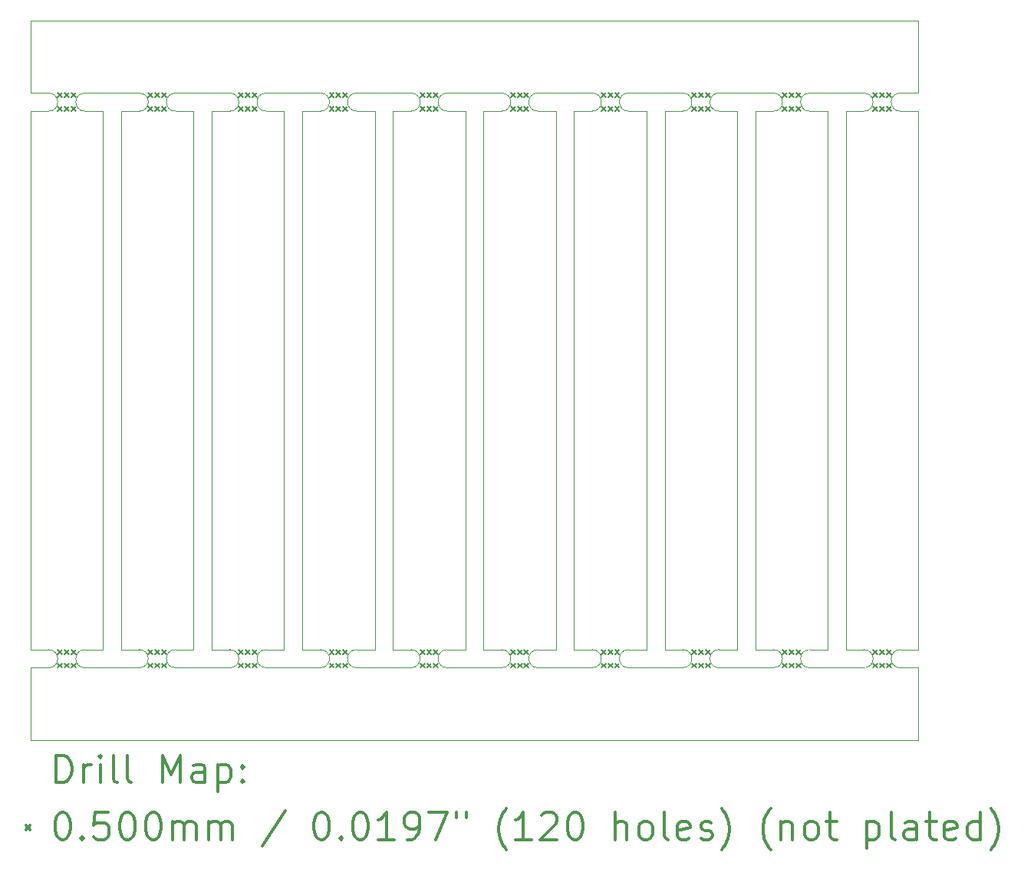
<source format=gbr>
%FSLAX45Y45*%
G04 Gerber Fmt 4.5, Leading zero omitted, Abs format (unit mm)*
G04 Created by KiCad (PCBNEW (5.1.12)-1) date 2021-12-02 19:01:33*
%MOMM*%
%LPD*%
G01*
G04 APERTURE LIST*
%TA.AperFunction,Profile*%
%ADD10C,0.050000*%
%TD*%
%ADD11C,0.200000*%
%ADD12C,0.300000*%
G04 APERTURE END LIST*
D10*
X17900000Y-12850000D02*
X17300000Y-12850000D01*
X18900000Y-12850000D02*
X18300000Y-12850000D01*
X16300000Y-12850000D02*
X16900000Y-12850000D01*
X15300000Y-12850000D02*
X15900000Y-12850000D01*
X14300000Y-12850000D02*
X14900000Y-12850000D01*
X13300000Y-12850000D02*
X13900000Y-12850000D01*
X12300000Y-12850000D02*
X12900000Y-12850000D01*
X11300000Y-12850000D02*
X11900000Y-12850000D01*
X10300000Y-12850000D02*
X10900000Y-12850000D01*
X9700000Y-12850000D02*
X9900000Y-12850000D01*
X9700000Y-13650000D02*
X9700000Y-12850000D01*
X19500000Y-13650000D02*
X9700000Y-13650000D01*
X19500000Y-12850000D02*
X19500000Y-13650000D01*
X19300000Y-12850000D02*
X19500000Y-12850000D01*
X10900000Y-6500000D02*
X10300000Y-6500000D01*
X11900000Y-6500000D02*
X11300000Y-6500000D01*
X12900000Y-6500000D02*
X12300000Y-6500000D01*
X13900000Y-6500000D02*
X13300000Y-6500000D01*
X14900000Y-6500000D02*
X14300000Y-6500000D01*
X15900000Y-6500000D02*
X15300000Y-6500000D01*
X16900000Y-6500000D02*
X16300000Y-6500000D01*
X17900000Y-6500000D02*
X17300000Y-6500000D01*
X18900000Y-6500000D02*
X18300000Y-6500000D01*
X19500000Y-6500000D02*
X19300000Y-6500000D01*
X19500000Y-5700000D02*
X19500000Y-6500000D01*
X9700000Y-5700000D02*
X19500000Y-5700000D01*
X9700000Y-6500000D02*
X9700000Y-5700000D01*
X9900000Y-6500000D02*
X9700000Y-6500000D01*
X18900000Y-6700000D02*
X18700000Y-6700000D01*
X17900000Y-6700000D02*
X17700000Y-6700000D01*
X16900000Y-6700000D02*
X16700000Y-6700000D01*
X15900000Y-6700000D02*
X15700000Y-6700000D01*
X14900000Y-6700000D02*
X14700000Y-6700000D01*
X13900000Y-6700000D02*
X13700000Y-6700000D01*
X12900000Y-6700000D02*
X12700000Y-6700000D01*
X11900000Y-6700000D02*
X11700000Y-6700000D01*
X10900000Y-6700000D02*
X10700000Y-6700000D01*
X19300000Y-6700000D02*
G75*
G02*
X19300000Y-6500000I0J100000D01*
G01*
X18300000Y-6700000D02*
G75*
G02*
X18300000Y-6500000I0J100000D01*
G01*
X17300000Y-6700000D02*
G75*
G02*
X17300000Y-6500000I0J100000D01*
G01*
X16300000Y-6700000D02*
G75*
G02*
X16300000Y-6500000I0J100000D01*
G01*
X15300000Y-6700000D02*
G75*
G02*
X15300000Y-6500000I0J100000D01*
G01*
X14300000Y-6700000D02*
G75*
G02*
X14300000Y-6500000I0J100000D01*
G01*
X13300000Y-6700000D02*
G75*
G02*
X13300000Y-6500000I0J100000D01*
G01*
X12300000Y-6700000D02*
G75*
G02*
X12300000Y-6500000I0J100000D01*
G01*
X11300000Y-6700000D02*
G75*
G02*
X11300000Y-6500000I0J100000D01*
G01*
X18900000Y-12650000D02*
G75*
G02*
X18900000Y-12850000I0J-100000D01*
G01*
X17900000Y-12650000D02*
G75*
G02*
X17900000Y-12850000I0J-100000D01*
G01*
X16900000Y-12650000D02*
G75*
G02*
X16900000Y-12850000I0J-100000D01*
G01*
X15900000Y-12650000D02*
G75*
G02*
X15900000Y-12850000I0J-100000D01*
G01*
X14900000Y-12650000D02*
G75*
G02*
X14900000Y-12850000I0J-100000D01*
G01*
X13900000Y-12650000D02*
G75*
G02*
X13900000Y-12850000I0J-100000D01*
G01*
X12900000Y-12650000D02*
G75*
G02*
X12900000Y-12850000I0J-100000D01*
G01*
X11900000Y-12650000D02*
G75*
G02*
X11900000Y-12850000I0J-100000D01*
G01*
X10900000Y-12650000D02*
G75*
G02*
X10900000Y-12850000I0J-100000D01*
G01*
X19300000Y-12850000D02*
G75*
G02*
X19300000Y-12650000I0J100000D01*
G01*
X18300000Y-12850000D02*
G75*
G02*
X18300000Y-12650000I0J100000D01*
G01*
X17300000Y-12850000D02*
G75*
G02*
X17300000Y-12650000I0J100000D01*
G01*
X16300000Y-12850000D02*
G75*
G02*
X16300000Y-12650000I0J100000D01*
G01*
X15300000Y-12850000D02*
G75*
G02*
X15300000Y-12650000I0J100000D01*
G01*
X14300000Y-12850000D02*
G75*
G02*
X14300000Y-12650000I0J100000D01*
G01*
X13300000Y-12850000D02*
G75*
G02*
X13300000Y-12650000I0J100000D01*
G01*
X12300000Y-12850000D02*
G75*
G02*
X12300000Y-12650000I0J100000D01*
G01*
X11300000Y-12850000D02*
G75*
G02*
X11300000Y-12650000I0J100000D01*
G01*
X19500000Y-6700000D02*
X19300000Y-6700000D01*
X18500000Y-6700000D02*
X18300000Y-6700000D01*
X17500000Y-6700000D02*
X17300000Y-6700000D01*
X16500000Y-6700000D02*
X16300000Y-6700000D01*
X15500000Y-6700000D02*
X15300000Y-6700000D01*
X14500000Y-6700000D02*
X14300000Y-6700000D01*
X13500000Y-6700000D02*
X13300000Y-6700000D01*
X12500000Y-6700000D02*
X12300000Y-6700000D01*
X11500000Y-6700000D02*
X11300000Y-6700000D01*
X18900000Y-6500000D02*
G75*
G02*
X18900000Y-6700000I0J-100000D01*
G01*
X17900000Y-6500000D02*
G75*
G02*
X17900000Y-6700000I0J-100000D01*
G01*
X16900000Y-6500000D02*
G75*
G02*
X16900000Y-6700000I0J-100000D01*
G01*
X15900000Y-6500000D02*
G75*
G02*
X15900000Y-6700000I0J-100000D01*
G01*
X14900000Y-6500000D02*
G75*
G02*
X14900000Y-6700000I0J-100000D01*
G01*
X13900000Y-6500000D02*
G75*
G02*
X13900000Y-6700000I0J-100000D01*
G01*
X12900000Y-6500000D02*
G75*
G02*
X12900000Y-6700000I0J-100000D01*
G01*
X11900000Y-6500000D02*
G75*
G02*
X11900000Y-6700000I0J-100000D01*
G01*
X10900000Y-6500000D02*
G75*
G02*
X10900000Y-6700000I0J-100000D01*
G01*
X18900000Y-12650000D02*
X18700000Y-12650000D01*
X17900000Y-12650000D02*
X17700000Y-12650000D01*
X16900000Y-12650000D02*
X16700000Y-12650000D01*
X15900000Y-12650000D02*
X15700000Y-12650000D01*
X14900000Y-12650000D02*
X14700000Y-12650000D01*
X13900000Y-12650000D02*
X13700000Y-12650000D01*
X12900000Y-12650000D02*
X12700000Y-12650000D01*
X11900000Y-12650000D02*
X11700000Y-12650000D01*
X10900000Y-12650000D02*
X10700000Y-12650000D01*
X19500000Y-12650000D02*
X19300000Y-12650000D01*
X18500000Y-12650000D02*
X18300000Y-12650000D01*
X17500000Y-12650000D02*
X17300000Y-12650000D01*
X16500000Y-12650000D02*
X16300000Y-12650000D01*
X15500000Y-12650000D02*
X15300000Y-12650000D01*
X14500000Y-12650000D02*
X14300000Y-12650000D01*
X13500000Y-12650000D02*
X13300000Y-12650000D01*
X12500000Y-12650000D02*
X12300000Y-12650000D01*
X11500000Y-12650000D02*
X11300000Y-12650000D01*
X18700000Y-12650000D02*
X18700000Y-6700000D01*
X17700000Y-12650000D02*
X17700000Y-6700000D01*
X16700000Y-12650000D02*
X16700000Y-6700000D01*
X15700000Y-12650000D02*
X15700000Y-6700000D01*
X14700000Y-12650000D02*
X14700000Y-6700000D01*
X13700000Y-12650000D02*
X13700000Y-6700000D01*
X12700000Y-12650000D02*
X12700000Y-6700000D01*
X11700000Y-12650000D02*
X11700000Y-6700000D01*
X10700000Y-12650000D02*
X10700000Y-6700000D01*
X19500000Y-12650000D02*
X19500000Y-6700000D01*
X18500000Y-12650000D02*
X18500000Y-6700000D01*
X17500000Y-12650000D02*
X17500000Y-6700000D01*
X16500000Y-12650000D02*
X16500000Y-6700000D01*
X15500000Y-12650000D02*
X15500000Y-6700000D01*
X14500000Y-12650000D02*
X14500000Y-6700000D01*
X13500000Y-12650000D02*
X13500000Y-6700000D01*
X12500000Y-12650000D02*
X12500000Y-6700000D01*
X11500000Y-12650000D02*
X11500000Y-6700000D01*
X9900000Y-6700000D02*
X9700000Y-6700000D01*
X10500000Y-6700000D02*
X10300000Y-6700000D01*
X10300000Y-6700000D02*
G75*
G02*
X10300000Y-6500000I0J100000D01*
G01*
X9900000Y-6500000D02*
G75*
G02*
X9900000Y-6700000I0J-100000D01*
G01*
X9900000Y-12650000D02*
G75*
G02*
X9900000Y-12850000I0J-100000D01*
G01*
X10300000Y-12850000D02*
G75*
G02*
X10300000Y-12650000I0J100000D01*
G01*
X9900000Y-12650000D02*
X9700000Y-12650000D01*
X10500000Y-12650000D02*
X10300000Y-12650000D01*
X10500000Y-12650000D02*
X10500000Y-6700000D01*
X9700000Y-12650000D02*
X9700000Y-6700000D01*
D11*
X10000000Y-6500000D02*
X10050000Y-6550000D01*
X10050000Y-6500000D02*
X10000000Y-6550000D01*
X10000000Y-6650000D02*
X10050000Y-6700000D01*
X10050000Y-6650000D02*
X10000000Y-6700000D01*
X10000000Y-12650000D02*
X10050000Y-12700000D01*
X10050000Y-12650000D02*
X10000000Y-12700000D01*
X10000000Y-12800000D02*
X10050000Y-12850000D01*
X10050000Y-12800000D02*
X10000000Y-12850000D01*
X10075000Y-6500000D02*
X10125000Y-6550000D01*
X10125000Y-6500000D02*
X10075000Y-6550000D01*
X10075000Y-6650000D02*
X10125000Y-6700000D01*
X10125000Y-6650000D02*
X10075000Y-6700000D01*
X10075000Y-12650000D02*
X10125000Y-12700000D01*
X10125000Y-12650000D02*
X10075000Y-12700000D01*
X10075000Y-12800000D02*
X10125000Y-12850000D01*
X10125000Y-12800000D02*
X10075000Y-12850000D01*
X10150000Y-6500000D02*
X10200000Y-6550000D01*
X10200000Y-6500000D02*
X10150000Y-6550000D01*
X10150000Y-6650000D02*
X10200000Y-6700000D01*
X10200000Y-6650000D02*
X10150000Y-6700000D01*
X10150000Y-12650000D02*
X10200000Y-12700000D01*
X10200000Y-12650000D02*
X10150000Y-12700000D01*
X10150000Y-12800000D02*
X10200000Y-12850000D01*
X10200000Y-12800000D02*
X10150000Y-12850000D01*
X11000000Y-6500000D02*
X11050000Y-6550000D01*
X11050000Y-6500000D02*
X11000000Y-6550000D01*
X11000000Y-6650000D02*
X11050000Y-6700000D01*
X11050000Y-6650000D02*
X11000000Y-6700000D01*
X11000000Y-12650000D02*
X11050000Y-12700000D01*
X11050000Y-12650000D02*
X11000000Y-12700000D01*
X11000000Y-12800000D02*
X11050000Y-12850000D01*
X11050000Y-12800000D02*
X11000000Y-12850000D01*
X11075000Y-6500000D02*
X11125000Y-6550000D01*
X11125000Y-6500000D02*
X11075000Y-6550000D01*
X11075000Y-6650000D02*
X11125000Y-6700000D01*
X11125000Y-6650000D02*
X11075000Y-6700000D01*
X11075000Y-12650000D02*
X11125000Y-12700000D01*
X11125000Y-12650000D02*
X11075000Y-12700000D01*
X11075000Y-12800000D02*
X11125000Y-12850000D01*
X11125000Y-12800000D02*
X11075000Y-12850000D01*
X11150000Y-6500000D02*
X11200000Y-6550000D01*
X11200000Y-6500000D02*
X11150000Y-6550000D01*
X11150000Y-6650000D02*
X11200000Y-6700000D01*
X11200000Y-6650000D02*
X11150000Y-6700000D01*
X11150000Y-12650000D02*
X11200000Y-12700000D01*
X11200000Y-12650000D02*
X11150000Y-12700000D01*
X11150000Y-12800000D02*
X11200000Y-12850000D01*
X11200000Y-12800000D02*
X11150000Y-12850000D01*
X12000000Y-6500000D02*
X12050000Y-6550000D01*
X12050000Y-6500000D02*
X12000000Y-6550000D01*
X12000000Y-6650000D02*
X12050000Y-6700000D01*
X12050000Y-6650000D02*
X12000000Y-6700000D01*
X12000000Y-12650000D02*
X12050000Y-12700000D01*
X12050000Y-12650000D02*
X12000000Y-12700000D01*
X12000000Y-12800000D02*
X12050000Y-12850000D01*
X12050000Y-12800000D02*
X12000000Y-12850000D01*
X12075000Y-6500000D02*
X12125000Y-6550000D01*
X12125000Y-6500000D02*
X12075000Y-6550000D01*
X12075000Y-6650000D02*
X12125000Y-6700000D01*
X12125000Y-6650000D02*
X12075000Y-6700000D01*
X12075000Y-12650000D02*
X12125000Y-12700000D01*
X12125000Y-12650000D02*
X12075000Y-12700000D01*
X12075000Y-12800000D02*
X12125000Y-12850000D01*
X12125000Y-12800000D02*
X12075000Y-12850000D01*
X12150000Y-6500000D02*
X12200000Y-6550000D01*
X12200000Y-6500000D02*
X12150000Y-6550000D01*
X12150000Y-6650000D02*
X12200000Y-6700000D01*
X12200000Y-6650000D02*
X12150000Y-6700000D01*
X12150000Y-12650000D02*
X12200000Y-12700000D01*
X12200000Y-12650000D02*
X12150000Y-12700000D01*
X12150000Y-12800000D02*
X12200000Y-12850000D01*
X12200000Y-12800000D02*
X12150000Y-12850000D01*
X13000000Y-6500000D02*
X13050000Y-6550000D01*
X13050000Y-6500000D02*
X13000000Y-6550000D01*
X13000000Y-6650000D02*
X13050000Y-6700000D01*
X13050000Y-6650000D02*
X13000000Y-6700000D01*
X13000000Y-12650000D02*
X13050000Y-12700000D01*
X13050000Y-12650000D02*
X13000000Y-12700000D01*
X13000000Y-12800000D02*
X13050000Y-12850000D01*
X13050000Y-12800000D02*
X13000000Y-12850000D01*
X13075000Y-6500000D02*
X13125000Y-6550000D01*
X13125000Y-6500000D02*
X13075000Y-6550000D01*
X13075000Y-6650000D02*
X13125000Y-6700000D01*
X13125000Y-6650000D02*
X13075000Y-6700000D01*
X13075000Y-12650000D02*
X13125000Y-12700000D01*
X13125000Y-12650000D02*
X13075000Y-12700000D01*
X13075000Y-12800000D02*
X13125000Y-12850000D01*
X13125000Y-12800000D02*
X13075000Y-12850000D01*
X13150000Y-6500000D02*
X13200000Y-6550000D01*
X13200000Y-6500000D02*
X13150000Y-6550000D01*
X13150000Y-6650000D02*
X13200000Y-6700000D01*
X13200000Y-6650000D02*
X13150000Y-6700000D01*
X13150000Y-12650000D02*
X13200000Y-12700000D01*
X13200000Y-12650000D02*
X13150000Y-12700000D01*
X13150000Y-12800000D02*
X13200000Y-12850000D01*
X13200000Y-12800000D02*
X13150000Y-12850000D01*
X14000000Y-6500000D02*
X14050000Y-6550000D01*
X14050000Y-6500000D02*
X14000000Y-6550000D01*
X14000000Y-6650000D02*
X14050000Y-6700000D01*
X14050000Y-6650000D02*
X14000000Y-6700000D01*
X14000000Y-12650000D02*
X14050000Y-12700000D01*
X14050000Y-12650000D02*
X14000000Y-12700000D01*
X14000000Y-12800000D02*
X14050000Y-12850000D01*
X14050000Y-12800000D02*
X14000000Y-12850000D01*
X14075000Y-6500000D02*
X14125000Y-6550000D01*
X14125000Y-6500000D02*
X14075000Y-6550000D01*
X14075000Y-6650000D02*
X14125000Y-6700000D01*
X14125000Y-6650000D02*
X14075000Y-6700000D01*
X14075000Y-12650000D02*
X14125000Y-12700000D01*
X14125000Y-12650000D02*
X14075000Y-12700000D01*
X14075000Y-12800000D02*
X14125000Y-12850000D01*
X14125000Y-12800000D02*
X14075000Y-12850000D01*
X14150000Y-6500000D02*
X14200000Y-6550000D01*
X14200000Y-6500000D02*
X14150000Y-6550000D01*
X14150000Y-6650000D02*
X14200000Y-6700000D01*
X14200000Y-6650000D02*
X14150000Y-6700000D01*
X14150000Y-12650000D02*
X14200000Y-12700000D01*
X14200000Y-12650000D02*
X14150000Y-12700000D01*
X14150000Y-12800000D02*
X14200000Y-12850000D01*
X14200000Y-12800000D02*
X14150000Y-12850000D01*
X15000000Y-6500000D02*
X15050000Y-6550000D01*
X15050000Y-6500000D02*
X15000000Y-6550000D01*
X15000000Y-6650000D02*
X15050000Y-6700000D01*
X15050000Y-6650000D02*
X15000000Y-6700000D01*
X15000000Y-12650000D02*
X15050000Y-12700000D01*
X15050000Y-12650000D02*
X15000000Y-12700000D01*
X15000000Y-12800000D02*
X15050000Y-12850000D01*
X15050000Y-12800000D02*
X15000000Y-12850000D01*
X15075000Y-6500000D02*
X15125000Y-6550000D01*
X15125000Y-6500000D02*
X15075000Y-6550000D01*
X15075000Y-6650000D02*
X15125000Y-6700000D01*
X15125000Y-6650000D02*
X15075000Y-6700000D01*
X15075000Y-12650000D02*
X15125000Y-12700000D01*
X15125000Y-12650000D02*
X15075000Y-12700000D01*
X15075000Y-12800000D02*
X15125000Y-12850000D01*
X15125000Y-12800000D02*
X15075000Y-12850000D01*
X15150000Y-6500000D02*
X15200000Y-6550000D01*
X15200000Y-6500000D02*
X15150000Y-6550000D01*
X15150000Y-6650000D02*
X15200000Y-6700000D01*
X15200000Y-6650000D02*
X15150000Y-6700000D01*
X15150000Y-12650000D02*
X15200000Y-12700000D01*
X15200000Y-12650000D02*
X15150000Y-12700000D01*
X15150000Y-12800000D02*
X15200000Y-12850000D01*
X15200000Y-12800000D02*
X15150000Y-12850000D01*
X16000000Y-6500000D02*
X16050000Y-6550000D01*
X16050000Y-6500000D02*
X16000000Y-6550000D01*
X16000000Y-6650000D02*
X16050000Y-6700000D01*
X16050000Y-6650000D02*
X16000000Y-6700000D01*
X16000000Y-12650000D02*
X16050000Y-12700000D01*
X16050000Y-12650000D02*
X16000000Y-12700000D01*
X16000000Y-12800000D02*
X16050000Y-12850000D01*
X16050000Y-12800000D02*
X16000000Y-12850000D01*
X16075000Y-6500000D02*
X16125000Y-6550000D01*
X16125000Y-6500000D02*
X16075000Y-6550000D01*
X16075000Y-6650000D02*
X16125000Y-6700000D01*
X16125000Y-6650000D02*
X16075000Y-6700000D01*
X16075000Y-12650000D02*
X16125000Y-12700000D01*
X16125000Y-12650000D02*
X16075000Y-12700000D01*
X16075000Y-12800000D02*
X16125000Y-12850000D01*
X16125000Y-12800000D02*
X16075000Y-12850000D01*
X16150000Y-6500000D02*
X16200000Y-6550000D01*
X16200000Y-6500000D02*
X16150000Y-6550000D01*
X16150000Y-6650000D02*
X16200000Y-6700000D01*
X16200000Y-6650000D02*
X16150000Y-6700000D01*
X16150000Y-12650000D02*
X16200000Y-12700000D01*
X16200000Y-12650000D02*
X16150000Y-12700000D01*
X16150000Y-12800000D02*
X16200000Y-12850000D01*
X16200000Y-12800000D02*
X16150000Y-12850000D01*
X17000000Y-6500000D02*
X17050000Y-6550000D01*
X17050000Y-6500000D02*
X17000000Y-6550000D01*
X17000000Y-6650000D02*
X17050000Y-6700000D01*
X17050000Y-6650000D02*
X17000000Y-6700000D01*
X17000000Y-12650000D02*
X17050000Y-12700000D01*
X17050000Y-12650000D02*
X17000000Y-12700000D01*
X17000000Y-12800000D02*
X17050000Y-12850000D01*
X17050000Y-12800000D02*
X17000000Y-12850000D01*
X17075000Y-6500000D02*
X17125000Y-6550000D01*
X17125000Y-6500000D02*
X17075000Y-6550000D01*
X17075000Y-6650000D02*
X17125000Y-6700000D01*
X17125000Y-6650000D02*
X17075000Y-6700000D01*
X17075000Y-12650000D02*
X17125000Y-12700000D01*
X17125000Y-12650000D02*
X17075000Y-12700000D01*
X17075000Y-12800000D02*
X17125000Y-12850000D01*
X17125000Y-12800000D02*
X17075000Y-12850000D01*
X17150000Y-6500000D02*
X17200000Y-6550000D01*
X17200000Y-6500000D02*
X17150000Y-6550000D01*
X17150000Y-6650000D02*
X17200000Y-6700000D01*
X17200000Y-6650000D02*
X17150000Y-6700000D01*
X17150000Y-12650000D02*
X17200000Y-12700000D01*
X17200000Y-12650000D02*
X17150000Y-12700000D01*
X17150000Y-12800000D02*
X17200000Y-12850000D01*
X17200000Y-12800000D02*
X17150000Y-12850000D01*
X18000000Y-6500000D02*
X18050000Y-6550000D01*
X18050000Y-6500000D02*
X18000000Y-6550000D01*
X18000000Y-6650000D02*
X18050000Y-6700000D01*
X18050000Y-6650000D02*
X18000000Y-6700000D01*
X18000000Y-12650000D02*
X18050000Y-12700000D01*
X18050000Y-12650000D02*
X18000000Y-12700000D01*
X18000000Y-12800000D02*
X18050000Y-12850000D01*
X18050000Y-12800000D02*
X18000000Y-12850000D01*
X18075000Y-6500000D02*
X18125000Y-6550000D01*
X18125000Y-6500000D02*
X18075000Y-6550000D01*
X18075000Y-6650000D02*
X18125000Y-6700000D01*
X18125000Y-6650000D02*
X18075000Y-6700000D01*
X18075000Y-12650000D02*
X18125000Y-12700000D01*
X18125000Y-12650000D02*
X18075000Y-12700000D01*
X18075000Y-12800000D02*
X18125000Y-12850000D01*
X18125000Y-12800000D02*
X18075000Y-12850000D01*
X18150000Y-6500000D02*
X18200000Y-6550000D01*
X18200000Y-6500000D02*
X18150000Y-6550000D01*
X18150000Y-6650000D02*
X18200000Y-6700000D01*
X18200000Y-6650000D02*
X18150000Y-6700000D01*
X18150000Y-12650000D02*
X18200000Y-12700000D01*
X18200000Y-12650000D02*
X18150000Y-12700000D01*
X18150000Y-12800000D02*
X18200000Y-12850000D01*
X18200000Y-12800000D02*
X18150000Y-12850000D01*
X19000000Y-6500000D02*
X19050000Y-6550000D01*
X19050000Y-6500000D02*
X19000000Y-6550000D01*
X19000000Y-6650000D02*
X19050000Y-6700000D01*
X19050000Y-6650000D02*
X19000000Y-6700000D01*
X19000000Y-12650000D02*
X19050000Y-12700000D01*
X19050000Y-12650000D02*
X19000000Y-12700000D01*
X19000000Y-12800000D02*
X19050000Y-12850000D01*
X19050000Y-12800000D02*
X19000000Y-12850000D01*
X19075000Y-6500000D02*
X19125000Y-6550000D01*
X19125000Y-6500000D02*
X19075000Y-6550000D01*
X19075000Y-6650000D02*
X19125000Y-6700000D01*
X19125000Y-6650000D02*
X19075000Y-6700000D01*
X19075000Y-12650000D02*
X19125000Y-12700000D01*
X19125000Y-12650000D02*
X19075000Y-12700000D01*
X19075000Y-12800000D02*
X19125000Y-12850000D01*
X19125000Y-12800000D02*
X19075000Y-12850000D01*
X19150000Y-6500000D02*
X19200000Y-6550000D01*
X19200000Y-6500000D02*
X19150000Y-6550000D01*
X19150000Y-6650000D02*
X19200000Y-6700000D01*
X19200000Y-6650000D02*
X19150000Y-6700000D01*
X19150000Y-12650000D02*
X19200000Y-12700000D01*
X19200000Y-12650000D02*
X19150000Y-12700000D01*
X19150000Y-12800000D02*
X19200000Y-12850000D01*
X19200000Y-12800000D02*
X19150000Y-12850000D01*
D12*
X9983928Y-14118214D02*
X9983928Y-13818214D01*
X10055357Y-13818214D01*
X10098214Y-13832500D01*
X10126786Y-13861071D01*
X10141071Y-13889643D01*
X10155357Y-13946786D01*
X10155357Y-13989643D01*
X10141071Y-14046786D01*
X10126786Y-14075357D01*
X10098214Y-14103929D01*
X10055357Y-14118214D01*
X9983928Y-14118214D01*
X10283928Y-14118214D02*
X10283928Y-13918214D01*
X10283928Y-13975357D02*
X10298214Y-13946786D01*
X10312500Y-13932500D01*
X10341071Y-13918214D01*
X10369643Y-13918214D01*
X10469643Y-14118214D02*
X10469643Y-13918214D01*
X10469643Y-13818214D02*
X10455357Y-13832500D01*
X10469643Y-13846786D01*
X10483928Y-13832500D01*
X10469643Y-13818214D01*
X10469643Y-13846786D01*
X10655357Y-14118214D02*
X10626786Y-14103929D01*
X10612500Y-14075357D01*
X10612500Y-13818214D01*
X10812500Y-14118214D02*
X10783928Y-14103929D01*
X10769643Y-14075357D01*
X10769643Y-13818214D01*
X11155357Y-14118214D02*
X11155357Y-13818214D01*
X11255357Y-14032500D01*
X11355357Y-13818214D01*
X11355357Y-14118214D01*
X11626786Y-14118214D02*
X11626786Y-13961071D01*
X11612500Y-13932500D01*
X11583928Y-13918214D01*
X11526786Y-13918214D01*
X11498214Y-13932500D01*
X11626786Y-14103929D02*
X11598214Y-14118214D01*
X11526786Y-14118214D01*
X11498214Y-14103929D01*
X11483928Y-14075357D01*
X11483928Y-14046786D01*
X11498214Y-14018214D01*
X11526786Y-14003929D01*
X11598214Y-14003929D01*
X11626786Y-13989643D01*
X11769643Y-13918214D02*
X11769643Y-14218214D01*
X11769643Y-13932500D02*
X11798214Y-13918214D01*
X11855357Y-13918214D01*
X11883928Y-13932500D01*
X11898214Y-13946786D01*
X11912500Y-13975357D01*
X11912500Y-14061071D01*
X11898214Y-14089643D01*
X11883928Y-14103929D01*
X11855357Y-14118214D01*
X11798214Y-14118214D01*
X11769643Y-14103929D01*
X12041071Y-14089643D02*
X12055357Y-14103929D01*
X12041071Y-14118214D01*
X12026786Y-14103929D01*
X12041071Y-14089643D01*
X12041071Y-14118214D01*
X12041071Y-13932500D02*
X12055357Y-13946786D01*
X12041071Y-13961071D01*
X12026786Y-13946786D01*
X12041071Y-13932500D01*
X12041071Y-13961071D01*
X9647500Y-14587500D02*
X9697500Y-14637500D01*
X9697500Y-14587500D02*
X9647500Y-14637500D01*
X10041071Y-14448214D02*
X10069643Y-14448214D01*
X10098214Y-14462500D01*
X10112500Y-14476786D01*
X10126786Y-14505357D01*
X10141071Y-14562500D01*
X10141071Y-14633929D01*
X10126786Y-14691071D01*
X10112500Y-14719643D01*
X10098214Y-14733929D01*
X10069643Y-14748214D01*
X10041071Y-14748214D01*
X10012500Y-14733929D01*
X9998214Y-14719643D01*
X9983928Y-14691071D01*
X9969643Y-14633929D01*
X9969643Y-14562500D01*
X9983928Y-14505357D01*
X9998214Y-14476786D01*
X10012500Y-14462500D01*
X10041071Y-14448214D01*
X10269643Y-14719643D02*
X10283928Y-14733929D01*
X10269643Y-14748214D01*
X10255357Y-14733929D01*
X10269643Y-14719643D01*
X10269643Y-14748214D01*
X10555357Y-14448214D02*
X10412500Y-14448214D01*
X10398214Y-14591071D01*
X10412500Y-14576786D01*
X10441071Y-14562500D01*
X10512500Y-14562500D01*
X10541071Y-14576786D01*
X10555357Y-14591071D01*
X10569643Y-14619643D01*
X10569643Y-14691071D01*
X10555357Y-14719643D01*
X10541071Y-14733929D01*
X10512500Y-14748214D01*
X10441071Y-14748214D01*
X10412500Y-14733929D01*
X10398214Y-14719643D01*
X10755357Y-14448214D02*
X10783928Y-14448214D01*
X10812500Y-14462500D01*
X10826786Y-14476786D01*
X10841071Y-14505357D01*
X10855357Y-14562500D01*
X10855357Y-14633929D01*
X10841071Y-14691071D01*
X10826786Y-14719643D01*
X10812500Y-14733929D01*
X10783928Y-14748214D01*
X10755357Y-14748214D01*
X10726786Y-14733929D01*
X10712500Y-14719643D01*
X10698214Y-14691071D01*
X10683928Y-14633929D01*
X10683928Y-14562500D01*
X10698214Y-14505357D01*
X10712500Y-14476786D01*
X10726786Y-14462500D01*
X10755357Y-14448214D01*
X11041071Y-14448214D02*
X11069643Y-14448214D01*
X11098214Y-14462500D01*
X11112500Y-14476786D01*
X11126786Y-14505357D01*
X11141071Y-14562500D01*
X11141071Y-14633929D01*
X11126786Y-14691071D01*
X11112500Y-14719643D01*
X11098214Y-14733929D01*
X11069643Y-14748214D01*
X11041071Y-14748214D01*
X11012500Y-14733929D01*
X10998214Y-14719643D01*
X10983928Y-14691071D01*
X10969643Y-14633929D01*
X10969643Y-14562500D01*
X10983928Y-14505357D01*
X10998214Y-14476786D01*
X11012500Y-14462500D01*
X11041071Y-14448214D01*
X11269643Y-14748214D02*
X11269643Y-14548214D01*
X11269643Y-14576786D02*
X11283928Y-14562500D01*
X11312500Y-14548214D01*
X11355357Y-14548214D01*
X11383928Y-14562500D01*
X11398214Y-14591071D01*
X11398214Y-14748214D01*
X11398214Y-14591071D02*
X11412500Y-14562500D01*
X11441071Y-14548214D01*
X11483928Y-14548214D01*
X11512500Y-14562500D01*
X11526786Y-14591071D01*
X11526786Y-14748214D01*
X11669643Y-14748214D02*
X11669643Y-14548214D01*
X11669643Y-14576786D02*
X11683928Y-14562500D01*
X11712500Y-14548214D01*
X11755357Y-14548214D01*
X11783928Y-14562500D01*
X11798214Y-14591071D01*
X11798214Y-14748214D01*
X11798214Y-14591071D02*
X11812500Y-14562500D01*
X11841071Y-14548214D01*
X11883928Y-14548214D01*
X11912500Y-14562500D01*
X11926786Y-14591071D01*
X11926786Y-14748214D01*
X12512500Y-14433929D02*
X12255357Y-14819643D01*
X12898214Y-14448214D02*
X12926786Y-14448214D01*
X12955357Y-14462500D01*
X12969643Y-14476786D01*
X12983928Y-14505357D01*
X12998214Y-14562500D01*
X12998214Y-14633929D01*
X12983928Y-14691071D01*
X12969643Y-14719643D01*
X12955357Y-14733929D01*
X12926786Y-14748214D01*
X12898214Y-14748214D01*
X12869643Y-14733929D01*
X12855357Y-14719643D01*
X12841071Y-14691071D01*
X12826786Y-14633929D01*
X12826786Y-14562500D01*
X12841071Y-14505357D01*
X12855357Y-14476786D01*
X12869643Y-14462500D01*
X12898214Y-14448214D01*
X13126786Y-14719643D02*
X13141071Y-14733929D01*
X13126786Y-14748214D01*
X13112500Y-14733929D01*
X13126786Y-14719643D01*
X13126786Y-14748214D01*
X13326786Y-14448214D02*
X13355357Y-14448214D01*
X13383928Y-14462500D01*
X13398214Y-14476786D01*
X13412500Y-14505357D01*
X13426786Y-14562500D01*
X13426786Y-14633929D01*
X13412500Y-14691071D01*
X13398214Y-14719643D01*
X13383928Y-14733929D01*
X13355357Y-14748214D01*
X13326786Y-14748214D01*
X13298214Y-14733929D01*
X13283928Y-14719643D01*
X13269643Y-14691071D01*
X13255357Y-14633929D01*
X13255357Y-14562500D01*
X13269643Y-14505357D01*
X13283928Y-14476786D01*
X13298214Y-14462500D01*
X13326786Y-14448214D01*
X13712500Y-14748214D02*
X13541071Y-14748214D01*
X13626786Y-14748214D02*
X13626786Y-14448214D01*
X13598214Y-14491071D01*
X13569643Y-14519643D01*
X13541071Y-14533929D01*
X13855357Y-14748214D02*
X13912500Y-14748214D01*
X13941071Y-14733929D01*
X13955357Y-14719643D01*
X13983928Y-14676786D01*
X13998214Y-14619643D01*
X13998214Y-14505357D01*
X13983928Y-14476786D01*
X13969643Y-14462500D01*
X13941071Y-14448214D01*
X13883928Y-14448214D01*
X13855357Y-14462500D01*
X13841071Y-14476786D01*
X13826786Y-14505357D01*
X13826786Y-14576786D01*
X13841071Y-14605357D01*
X13855357Y-14619643D01*
X13883928Y-14633929D01*
X13941071Y-14633929D01*
X13969643Y-14619643D01*
X13983928Y-14605357D01*
X13998214Y-14576786D01*
X14098214Y-14448214D02*
X14298214Y-14448214D01*
X14169643Y-14748214D01*
X14398214Y-14448214D02*
X14398214Y-14505357D01*
X14512500Y-14448214D02*
X14512500Y-14505357D01*
X14955357Y-14862500D02*
X14941071Y-14848214D01*
X14912500Y-14805357D01*
X14898214Y-14776786D01*
X14883928Y-14733929D01*
X14869643Y-14662500D01*
X14869643Y-14605357D01*
X14883928Y-14533929D01*
X14898214Y-14491071D01*
X14912500Y-14462500D01*
X14941071Y-14419643D01*
X14955357Y-14405357D01*
X15226786Y-14748214D02*
X15055357Y-14748214D01*
X15141071Y-14748214D02*
X15141071Y-14448214D01*
X15112500Y-14491071D01*
X15083928Y-14519643D01*
X15055357Y-14533929D01*
X15341071Y-14476786D02*
X15355357Y-14462500D01*
X15383928Y-14448214D01*
X15455357Y-14448214D01*
X15483928Y-14462500D01*
X15498214Y-14476786D01*
X15512500Y-14505357D01*
X15512500Y-14533929D01*
X15498214Y-14576786D01*
X15326786Y-14748214D01*
X15512500Y-14748214D01*
X15698214Y-14448214D02*
X15726786Y-14448214D01*
X15755357Y-14462500D01*
X15769643Y-14476786D01*
X15783928Y-14505357D01*
X15798214Y-14562500D01*
X15798214Y-14633929D01*
X15783928Y-14691071D01*
X15769643Y-14719643D01*
X15755357Y-14733929D01*
X15726786Y-14748214D01*
X15698214Y-14748214D01*
X15669643Y-14733929D01*
X15655357Y-14719643D01*
X15641071Y-14691071D01*
X15626786Y-14633929D01*
X15626786Y-14562500D01*
X15641071Y-14505357D01*
X15655357Y-14476786D01*
X15669643Y-14462500D01*
X15698214Y-14448214D01*
X16155357Y-14748214D02*
X16155357Y-14448214D01*
X16283928Y-14748214D02*
X16283928Y-14591071D01*
X16269643Y-14562500D01*
X16241071Y-14548214D01*
X16198214Y-14548214D01*
X16169643Y-14562500D01*
X16155357Y-14576786D01*
X16469643Y-14748214D02*
X16441071Y-14733929D01*
X16426786Y-14719643D01*
X16412500Y-14691071D01*
X16412500Y-14605357D01*
X16426786Y-14576786D01*
X16441071Y-14562500D01*
X16469643Y-14548214D01*
X16512500Y-14548214D01*
X16541071Y-14562500D01*
X16555357Y-14576786D01*
X16569643Y-14605357D01*
X16569643Y-14691071D01*
X16555357Y-14719643D01*
X16541071Y-14733929D01*
X16512500Y-14748214D01*
X16469643Y-14748214D01*
X16741071Y-14748214D02*
X16712500Y-14733929D01*
X16698214Y-14705357D01*
X16698214Y-14448214D01*
X16969643Y-14733929D02*
X16941071Y-14748214D01*
X16883928Y-14748214D01*
X16855357Y-14733929D01*
X16841071Y-14705357D01*
X16841071Y-14591071D01*
X16855357Y-14562500D01*
X16883928Y-14548214D01*
X16941071Y-14548214D01*
X16969643Y-14562500D01*
X16983928Y-14591071D01*
X16983928Y-14619643D01*
X16841071Y-14648214D01*
X17098214Y-14733929D02*
X17126786Y-14748214D01*
X17183928Y-14748214D01*
X17212500Y-14733929D01*
X17226786Y-14705357D01*
X17226786Y-14691071D01*
X17212500Y-14662500D01*
X17183928Y-14648214D01*
X17141071Y-14648214D01*
X17112500Y-14633929D01*
X17098214Y-14605357D01*
X17098214Y-14591071D01*
X17112500Y-14562500D01*
X17141071Y-14548214D01*
X17183928Y-14548214D01*
X17212500Y-14562500D01*
X17326786Y-14862500D02*
X17341071Y-14848214D01*
X17369643Y-14805357D01*
X17383928Y-14776786D01*
X17398214Y-14733929D01*
X17412500Y-14662500D01*
X17412500Y-14605357D01*
X17398214Y-14533929D01*
X17383928Y-14491071D01*
X17369643Y-14462500D01*
X17341071Y-14419643D01*
X17326786Y-14405357D01*
X17869643Y-14862500D02*
X17855357Y-14848214D01*
X17826786Y-14805357D01*
X17812500Y-14776786D01*
X17798214Y-14733929D01*
X17783928Y-14662500D01*
X17783928Y-14605357D01*
X17798214Y-14533929D01*
X17812500Y-14491071D01*
X17826786Y-14462500D01*
X17855357Y-14419643D01*
X17869643Y-14405357D01*
X17983928Y-14548214D02*
X17983928Y-14748214D01*
X17983928Y-14576786D02*
X17998214Y-14562500D01*
X18026786Y-14548214D01*
X18069643Y-14548214D01*
X18098214Y-14562500D01*
X18112500Y-14591071D01*
X18112500Y-14748214D01*
X18298214Y-14748214D02*
X18269643Y-14733929D01*
X18255357Y-14719643D01*
X18241071Y-14691071D01*
X18241071Y-14605357D01*
X18255357Y-14576786D01*
X18269643Y-14562500D01*
X18298214Y-14548214D01*
X18341071Y-14548214D01*
X18369643Y-14562500D01*
X18383928Y-14576786D01*
X18398214Y-14605357D01*
X18398214Y-14691071D01*
X18383928Y-14719643D01*
X18369643Y-14733929D01*
X18341071Y-14748214D01*
X18298214Y-14748214D01*
X18483928Y-14548214D02*
X18598214Y-14548214D01*
X18526786Y-14448214D02*
X18526786Y-14705357D01*
X18541071Y-14733929D01*
X18569643Y-14748214D01*
X18598214Y-14748214D01*
X18926786Y-14548214D02*
X18926786Y-14848214D01*
X18926786Y-14562500D02*
X18955357Y-14548214D01*
X19012500Y-14548214D01*
X19041071Y-14562500D01*
X19055357Y-14576786D01*
X19069643Y-14605357D01*
X19069643Y-14691071D01*
X19055357Y-14719643D01*
X19041071Y-14733929D01*
X19012500Y-14748214D01*
X18955357Y-14748214D01*
X18926786Y-14733929D01*
X19241071Y-14748214D02*
X19212500Y-14733929D01*
X19198214Y-14705357D01*
X19198214Y-14448214D01*
X19483928Y-14748214D02*
X19483928Y-14591071D01*
X19469643Y-14562500D01*
X19441071Y-14548214D01*
X19383928Y-14548214D01*
X19355357Y-14562500D01*
X19483928Y-14733929D02*
X19455357Y-14748214D01*
X19383928Y-14748214D01*
X19355357Y-14733929D01*
X19341071Y-14705357D01*
X19341071Y-14676786D01*
X19355357Y-14648214D01*
X19383928Y-14633929D01*
X19455357Y-14633929D01*
X19483928Y-14619643D01*
X19583928Y-14548214D02*
X19698214Y-14548214D01*
X19626786Y-14448214D02*
X19626786Y-14705357D01*
X19641071Y-14733929D01*
X19669643Y-14748214D01*
X19698214Y-14748214D01*
X19912500Y-14733929D02*
X19883928Y-14748214D01*
X19826786Y-14748214D01*
X19798214Y-14733929D01*
X19783928Y-14705357D01*
X19783928Y-14591071D01*
X19798214Y-14562500D01*
X19826786Y-14548214D01*
X19883928Y-14548214D01*
X19912500Y-14562500D01*
X19926786Y-14591071D01*
X19926786Y-14619643D01*
X19783928Y-14648214D01*
X20183928Y-14748214D02*
X20183928Y-14448214D01*
X20183928Y-14733929D02*
X20155357Y-14748214D01*
X20098214Y-14748214D01*
X20069643Y-14733929D01*
X20055357Y-14719643D01*
X20041071Y-14691071D01*
X20041071Y-14605357D01*
X20055357Y-14576786D01*
X20069643Y-14562500D01*
X20098214Y-14548214D01*
X20155357Y-14548214D01*
X20183928Y-14562500D01*
X20298214Y-14862500D02*
X20312500Y-14848214D01*
X20341071Y-14805357D01*
X20355357Y-14776786D01*
X20369643Y-14733929D01*
X20383928Y-14662500D01*
X20383928Y-14605357D01*
X20369643Y-14533929D01*
X20355357Y-14491071D01*
X20341071Y-14462500D01*
X20312500Y-14419643D01*
X20298214Y-14405357D01*
M02*

</source>
